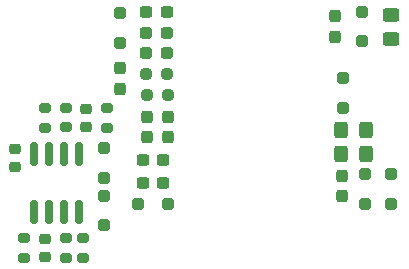
<source format=gtp>
G04 #@! TF.GenerationSoftware,KiCad,Pcbnew,9.0.0*
G04 #@! TF.CreationDate,2025-06-17T18:49:07+02:00*
G04 #@! TF.ProjectId,SlipSensor_HW,536c6970-5365-46e7-936f-725f48572e6b,rev?*
G04 #@! TF.SameCoordinates,Original*
G04 #@! TF.FileFunction,Paste,Top*
G04 #@! TF.FilePolarity,Positive*
%FSLAX46Y46*%
G04 Gerber Fmt 4.6, Leading zero omitted, Abs format (unit mm)*
G04 Created by KiCad (PCBNEW 9.0.0) date 2025-06-17 18:49:07*
%MOMM*%
%LPD*%
G01*
G04 APERTURE LIST*
G04 Aperture macros list*
%AMRoundRect*
0 Rectangle with rounded corners*
0 $1 Rounding radius*
0 $2 $3 $4 $5 $6 $7 $8 $9 X,Y pos of 4 corners*
0 Add a 4 corners polygon primitive as box body*
4,1,4,$2,$3,$4,$5,$6,$7,$8,$9,$2,$3,0*
0 Add four circle primitives for the rounded corners*
1,1,$1+$1,$2,$3*
1,1,$1+$1,$4,$5*
1,1,$1+$1,$6,$7*
1,1,$1+$1,$8,$9*
0 Add four rect primitives between the rounded corners*
20,1,$1+$1,$2,$3,$4,$5,0*
20,1,$1+$1,$4,$5,$6,$7,0*
20,1,$1+$1,$6,$7,$8,$9,0*
20,1,$1+$1,$8,$9,$2,$3,0*%
G04 Aperture macros list end*
%ADD10RoundRect,0.237500X0.287500X0.237500X-0.287500X0.237500X-0.287500X-0.237500X0.287500X-0.237500X0*%
%ADD11RoundRect,0.225000X0.250000X-0.225000X0.250000X0.225000X-0.250000X0.225000X-0.250000X-0.225000X0*%
%ADD12RoundRect,0.237500X-0.250000X-0.237500X0.250000X-0.237500X0.250000X0.237500X-0.250000X0.237500X0*%
%ADD13RoundRect,0.225000X-0.250000X0.225000X-0.250000X-0.225000X0.250000X-0.225000X0.250000X0.225000X0*%
%ADD14RoundRect,0.250000X-0.250000X0.250000X-0.250000X-0.250000X0.250000X-0.250000X0.250000X0.250000X0*%
%ADD15RoundRect,0.200000X-0.275000X0.200000X-0.275000X-0.200000X0.275000X-0.200000X0.275000X0.200000X0*%
%ADD16RoundRect,0.237500X0.300000X0.237500X-0.300000X0.237500X-0.300000X-0.237500X0.300000X-0.237500X0*%
%ADD17RoundRect,0.200000X0.275000X-0.200000X0.275000X0.200000X-0.275000X0.200000X-0.275000X-0.200000X0*%
%ADD18RoundRect,0.237500X-0.300000X-0.237500X0.300000X-0.237500X0.300000X0.237500X-0.300000X0.237500X0*%
%ADD19RoundRect,0.250000X0.250000X0.250000X-0.250000X0.250000X-0.250000X-0.250000X0.250000X-0.250000X0*%
%ADD20RoundRect,0.237500X-0.237500X0.300000X-0.237500X-0.300000X0.237500X-0.300000X0.237500X0.300000X0*%
%ADD21RoundRect,0.237500X-0.237500X0.287500X-0.237500X-0.287500X0.237500X-0.287500X0.237500X0.287500X0*%
%ADD22RoundRect,0.250000X0.250000X-0.250000X0.250000X0.250000X-0.250000X0.250000X-0.250000X-0.250000X0*%
%ADD23RoundRect,0.150000X0.150000X-0.825000X0.150000X0.825000X-0.150000X0.825000X-0.150000X-0.825000X0*%
%ADD24RoundRect,0.250000X-0.325000X-0.450000X0.325000X-0.450000X0.325000X0.450000X-0.325000X0.450000X0*%
%ADD25RoundRect,0.250000X-0.450000X0.325000X-0.450000X-0.325000X0.450000X-0.325000X0.450000X0.325000X0*%
%ADD26RoundRect,0.237500X-0.287500X-0.237500X0.287500X-0.237500X0.287500X0.237500X-0.287500X0.237500X0*%
%ADD27RoundRect,0.237500X0.237500X-0.287500X0.237500X0.287500X-0.237500X0.287500X-0.237500X-0.287500X0*%
G04 APERTURE END LIST*
D10*
X118675000Y-61750000D03*
X116925000Y-61750000D03*
D11*
X111865000Y-68000000D03*
X111865000Y-66450000D03*
D12*
X116887500Y-63500000D03*
X118712500Y-63500000D03*
D13*
X105865000Y-69850000D03*
X105865000Y-71400000D03*
D14*
X135500000Y-72000000D03*
X135500000Y-74500000D03*
D15*
X106615000Y-77400000D03*
X106615000Y-79050000D03*
D16*
X118362500Y-72750000D03*
X116637500Y-72750000D03*
D15*
X110115000Y-66375000D03*
X110115000Y-68025000D03*
D17*
X108365000Y-68075000D03*
X108365000Y-66425000D03*
D18*
X116937500Y-58300000D03*
X118662500Y-58300000D03*
D12*
X116987500Y-65250000D03*
X118812500Y-65250000D03*
D17*
X111615000Y-79075000D03*
X111615000Y-77425000D03*
D19*
X118750000Y-74500000D03*
X116250000Y-74500000D03*
D20*
X133500000Y-72137500D03*
X133500000Y-73862500D03*
X132952500Y-58637500D03*
X132952500Y-60362500D03*
D21*
X117000000Y-67125000D03*
X117000000Y-68875000D03*
D22*
X133600000Y-66350000D03*
X133600000Y-63850000D03*
D23*
X107460000Y-75200000D03*
X108730000Y-75200000D03*
X110000000Y-75200000D03*
X111270000Y-75200000D03*
X111270000Y-70250000D03*
X110000000Y-70250000D03*
X108730000Y-70250000D03*
X107460000Y-70250000D03*
D14*
X113365000Y-69800000D03*
X113365000Y-72300000D03*
D24*
X133475000Y-68250000D03*
X135525000Y-68250000D03*
D25*
X137700000Y-58475000D03*
X137700000Y-60525000D03*
D17*
X110115000Y-79050000D03*
X110115000Y-77400000D03*
D14*
X137702500Y-72000000D03*
X137702500Y-74500000D03*
D26*
X116925000Y-60000000D03*
X118675000Y-60000000D03*
D22*
X114700000Y-60850000D03*
X114700000Y-58350000D03*
D24*
X133475000Y-70250000D03*
X135525000Y-70250000D03*
D13*
X108365000Y-77450000D03*
X108365000Y-79000000D03*
D20*
X114700000Y-63037500D03*
X114700000Y-64762500D03*
D14*
X135202500Y-58250000D03*
X135202500Y-60750000D03*
D22*
X113365000Y-76300000D03*
X113365000Y-73800000D03*
D15*
X113615000Y-66425000D03*
X113615000Y-68075000D03*
D16*
X118362500Y-70750000D03*
X116637500Y-70750000D03*
D27*
X118750000Y-68875000D03*
X118750000Y-67125000D03*
M02*

</source>
